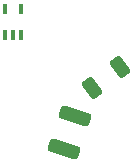
<source format=gbr>
%TF.GenerationSoftware,KiCad,Pcbnew,(6.0.8-1)-1*%
%TF.CreationDate,2022-11-30T21:42:07-05:00*%
%TF.ProjectId,Untitled,556e7469-746c-4656-942e-6b696361645f,rev?*%
%TF.SameCoordinates,Original*%
%TF.FileFunction,Paste,Bot*%
%TF.FilePolarity,Positive*%
%FSLAX46Y46*%
G04 Gerber Fmt 4.6, Leading zero omitted, Abs format (unit mm)*
G04 Created by KiCad (PCBNEW (6.0.8-1)-1) date 2022-11-30 21:42:07*
%MOMM*%
%LPD*%
G01*
G04 APERTURE LIST*
G04 Aperture macros list*
%AMRoundRect*
0 Rectangle with rounded corners*
0 $1 Rounding radius*
0 $2 $3 $4 $5 $6 $7 $8 $9 X,Y pos of 4 corners*
0 Add a 4 corners polygon primitive as box body*
4,1,4,$2,$3,$4,$5,$6,$7,$8,$9,$2,$3,0*
0 Add four circle primitives for the rounded corners*
1,1,$1+$1,$2,$3*
1,1,$1+$1,$4,$5*
1,1,$1+$1,$6,$7*
1,1,$1+$1,$8,$9*
0 Add four rect primitives between the rounded corners*
20,1,$1+$1,$2,$3,$4,$5,0*
20,1,$1+$1,$4,$5,$6,$7,0*
20,1,$1+$1,$6,$7,$8,$9,0*
20,1,$1+$1,$8,$9,$2,$3,0*%
G04 Aperture macros list end*
%ADD10RoundRect,0.087500X0.087500X0.337500X-0.087500X0.337500X-0.087500X-0.337500X0.087500X-0.337500X0*%
%ADD11RoundRect,0.250000X0.114548X-0.689319X0.620184X-0.321953X-0.114548X0.689319X-0.620184X0.321953X0*%
%ADD12RoundRect,0.250000X0.945732X-0.649012X1.146593X-0.030825X-0.945732X0.649012X-1.146593X0.030825X0*%
G04 APERTURE END LIST*
D10*
%TO.C,REF\u002A\u002A*%
X105950000Y-54600000D03*
X105300000Y-54600000D03*
X104650000Y-54600000D03*
X104650000Y-52400000D03*
X105950000Y-52400000D03*
%TD*%
D11*
%TO.C,REF\u002A\u002A*%
X112016813Y-59059636D03*
X114383187Y-57340364D03*
%TD*%
D12*
%TO.C,REF\u002A\u002A*%
X109644200Y-64302808D03*
X110555800Y-61497192D03*
%TD*%
M02*

</source>
